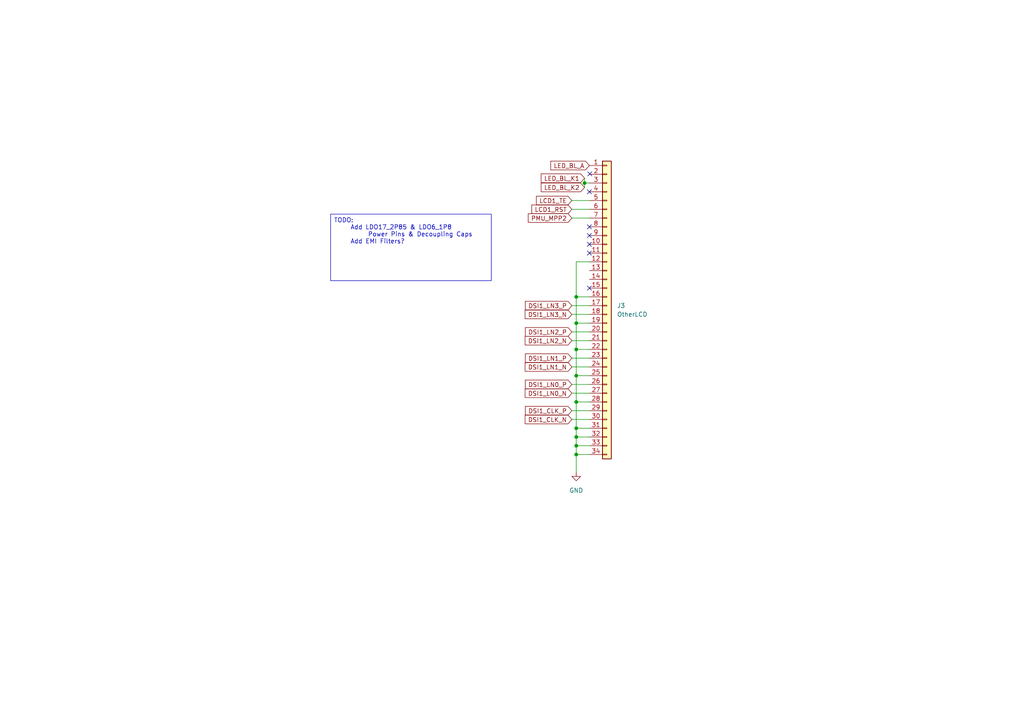
<source format=kicad_sch>
(kicad_sch (version 20230121) (generator eeschema)
  (paper "A4")
  (lib_symbols
    (symbol "Connector_Generic:Conn_01x34" (pin_names (offset 1.016) hide)
      (property "Reference" "J" (at 0 43.18 0))
      (property "Value" "Conn_01x34" (at 0 -45.72 0))
      (symbol "Conn_01x34_1_1"
        (rectangle (start -1.27 -43.053) (end 0 -43.307) (stroke (width 0.1524)))
        (rectangle (start -1.27 -40.513) (end 0 -40.767) (stroke (width 0.1524)))
        (rectangle (start -1.27 -37.973) (end 0 -38.227) (stroke (width 0.1524)))
        (rectangle (start -1.27 -35.433) (end 0 -35.687) (stroke (width 0.1524)))
        (rectangle (start -1.27 -32.893) (end 0 -33.147) (stroke (width 0.1524)))
        (rectangle (start -1.27 -30.353) (end 0 -30.607) (stroke (width 0.1524)))
        (rectangle (start -1.27 -27.813) (end 0 -28.067) (stroke (width 0.1524)))
        (rectangle (start -1.27 -25.273) (end 0 -25.527) (stroke (width 0.1524)))
        (rectangle (start -1.27 -22.733) (end 0 -22.987) (stroke (width 0.1524)))
        (rectangle (start -1.27 -20.193) (end 0 -20.447) (stroke (width 0.1524)))
        (rectangle (start -1.27 -17.653) (end 0 -17.907) (stroke (width 0.1524)))
        (rectangle (start -1.27 -15.113) (end 0 -15.367) (stroke (width 0.1524)))
        (rectangle (start -1.27 -12.573) (end 0 -12.827) (stroke (width 0.1524)))
        (rectangle (start -1.27 -10.033) (end 0 -10.287) (stroke (width 0.1524)))
        (rectangle (start -1.27 -7.493) (end 0 -7.747) (stroke (width 0.1524)))
        (rectangle (start -1.27 -4.953) (end 0 -5.207) (stroke (width 0.1524)))
        (rectangle (start -1.27 -2.413) (end 0 -2.667) (stroke (width 0.1524)))
        (rectangle (start -1.27 0.127) (end 0 -0.127) (stroke (width 0.1524)))
        (rectangle (start -1.27 2.667) (end 0 2.413) (stroke (width 0.1524)))
        (rectangle (start -1.27 5.207) (end 0 4.953) (stroke (width 0.1524)))
        (rectangle (start -1.27 7.747) (end 0 7.493) (stroke (width 0.1524)))
        (rectangle (start -1.27 10.287) (end 0 10.033) (stroke (width 0.1524)))
        (rectangle (start -1.27 12.827) (end 0 12.573) (stroke (width 0.1524)))
        (rectangle (start -1.27 15.367) (end 0 15.113) (stroke (width 0.1524)))
        (rectangle (start -1.27 17.907) (end 0 17.653) (stroke (width 0.1524)))
        (rectangle (start -1.27 20.447) (end 0 20.193) (stroke (width 0.1524)))
        (rectangle (start -1.27 22.987) (end 0 22.733) (stroke (width 0.1524)))
        (rectangle (start -1.27 25.527) (end 0 25.273) (stroke (width 0.1524)))
        (rectangle (start -1.27 28.067) (end 0 27.813) (stroke (width 0.1524)))
        (rectangle (start -1.27 30.607) (end 0 30.353) (stroke (width 0.1524)))
        (rectangle (start -1.27 33.147) (end 0 32.893) (stroke (width 0.1524)))
        (rectangle (start -1.27 35.687) (end 0 35.433) (stroke (width 0.1524)))
        (rectangle (start -1.27 38.227) (end 0 37.973) (stroke (width 0.1524)))
        (rectangle (start -1.27 40.767) (end 0 40.513) (stroke (width 0.1524)))
        (rectangle (start -1.27 41.91) (end 1.27 -44.45) (stroke (width 0.254)) (fill (type background)))
        (pin passive line (at -5.08 40.64 0) (length 3.81) (name "Pin_1") (number "1"))
        (pin passive line (at -5.08 17.78 0) (length 3.81) (name "Pin_10") (number "10"))
        (pin passive line (at -5.08 15.24 0) (length 3.81) (name "Pin_11") (number "11"))
        (pin passive line (at -5.08 12.7 0) (length 3.81) (name "Pin_12") (number "12"))
        (pin passive line (at -5.08 10.16 0) (length 3.81) (name "Pin_13") (number "13"))
        (pin passive line (at -5.08 7.62 0) (length 3.81) (name "Pin_14") (number "14"))
        (pin passive line (at -5.08 5.08 0) (length 3.81) (name "Pin_15") (number "15"))
        (pin passive line (at -5.08 2.54 0) (length 3.81) (name "Pin_16") (number "16"))
        (pin passive line (at -5.08 0 0) (length 3.81) (name "Pin_17") (number "17"))
        (pin passive line (at -5.08 -2.54 0) (length 3.81) (name "Pin_18") (number "18"))
        (pin passive line (at -5.08 -5.08 0) (length 3.81) (name "Pin_19") (number "19"))
        (pin passive line (at -5.08 38.1 0) (length 3.81) (name "Pin_2") (number "2"))
        (pin passive line (at -5.08 -7.62 0) (length 3.81) (name "Pin_20") (number "20"))
        (pin passive line (at -5.08 -10.16 0) (length 3.81) (name "Pin_21") (number "21"))
        (pin passive line (at -5.08 -12.7 0) (length 3.81) (name "Pin_22") (number "22"))
        (pin passive line (at -5.08 -15.24 0) (length 3.81) (name "Pin_23") (number "23"))
        (pin passive line (at -5.08 -17.78 0) (length 3.81) (name "Pin_24") (number "24"))
        (pin passive line (at -5.08 -20.32 0) (length 3.81) (name "Pin_25") (number "25"))
        (pin passive line (at -5.08 -22.86 0) (length 3.81) (name "Pin_26") (number "26"))
        (pin passive line (at -5.08 -25.4 0) (length 3.81) (name "Pin_27") (number "27"))
        (pin passive line (at -5.08 -27.94 0) (length 3.81) (name "Pin_28") (number "28"))
        (pin passive line (at -5.08 -30.48 0) (length 3.81) (name "Pin_29") (number "29"))
        (pin passive line (at -5.08 35.56 0) (length 3.81) (name "Pin_3") (number "3"))
        (pin passive line (at -5.08 -33.02 0) (length 3.81) (name "Pin_30") (number "30"))
        (pin passive line (at -5.08 -35.56 0) (length 3.81) (name "Pin_31") (number "31"))
        (pin passive line (at -5.08 -38.1 0) (length 3.81) (name "Pin_32") (number "32"))
        (pin passive line (at -5.08 -40.64 0) (length 3.81) (name "Pin_33") (number "33"))
        (pin passive line (at -5.08 -43.18 0) (length 3.81) (name "Pin_34") (number "34"))
        (pin passive line (at -5.08 33.02 0) (length 3.81) (name "Pin_4") (number "4"))
        (pin passive line (at -5.08 30.48 0) (length 3.81) (name "Pin_5") (number "5"))
        (pin passive line (at -5.08 27.94 0) (length 3.81) (name "Pin_6") (number "6"))
        (pin passive line (at -5.08 25.4 0) (length 3.81) (name "Pin_7") (number "7"))
        (pin passive line (at -5.08 22.86 0) (length 3.81) (name "Pin_8") (number "8"))
        (pin passive line (at -5.08 20.32 0) (length 3.81) (name "Pin_9") (number "9"))
      )
    )
    (symbol "power:GND" (power) (pin_names (offset 0))
      (property "Value" "GND" (at 0 -3.81 0))
      (symbol "GND_0_1"
        (polyline (pts (xy 0 0) (xy 0 -1.27) (xy 1.27 -1.27) (xy 0 -2.54) (xy -1.27 -1.27) (xy 0 -1.27)))
      )
      (symbol "GND_1_1"
        (pin power_in line (at 0 0 270) (length 0) hide (name "GND") (number "1"))
      )
    )
  )
  (junction (at 167.132 131.826))
  (junction (at 167.132 124.206))
  (junction (at 167.132 126.746))
  (junction (at 167.132 116.586))
  (junction (at 167.132 101.346))
  (junction (at 167.132 108.966))
  (junction (at 169.545 53.086))
  (junction (at 167.132 129.286))
  (junction (at 167.132 93.726))
  (junction (at 167.132 86.106))
  (no_connect (at 170.942 55.626))
  (no_connect (at 170.942 73.406))
  (no_connect (at 170.942 70.866))
  (no_connect (at 170.942 68.326))
  (no_connect (at 170.942 65.786))
  (no_connect (at 171.069 50.419))
  (no_connect (at 170.942 83.566))
  (wire (pts (xy 167.132 124.206) (xy 170.942 124.206)))
  (wire (pts (xy 165.862 98.806) (xy 170.942 98.806)))
  (wire (pts (xy 165.862 119.126) (xy 170.942 119.126)))
  (wire (pts (xy 165.862 114.046) (xy 170.942 114.046)))
  (wire (pts (xy 167.132 126.746) (xy 170.942 126.746)))
  (wire (pts (xy 165.862 58.166) (xy 170.942 58.166)))
  (wire (pts (xy 165.862 63.246) (xy 170.942 63.246)))
  (wire (pts (xy 167.132 126.746) (xy 167.132 129.286)))
  (wire (pts (xy 167.132 129.286) (xy 167.132 131.826)))
  (wire (pts (xy 167.132 75.946) (xy 170.942 75.946)))
  (wire (pts (xy 167.132 131.826) (xy 170.942 131.826)))
  (wire (pts (xy 167.132 116.586) (xy 170.942 116.586)))
  (wire (pts (xy 169.545 53.086) (xy 170.942 53.086)))
  (wire (pts (xy 167.132 116.586) (xy 167.132 124.206)))
  (wire (pts (xy 167.132 108.966) (xy 170.942 108.966)))
  (wire (pts (xy 167.132 101.346) (xy 170.942 101.346)))
  (wire (pts (xy 165.862 106.426) (xy 170.942 106.426)))
  (wire (pts (xy 167.132 108.966) (xy 167.132 116.586)))
  (wire (pts (xy 165.862 88.646) (xy 170.942 88.646)))
  (wire (pts (xy 167.132 86.106) (xy 170.942 86.106)))
  (wire (pts (xy 167.132 86.106) (xy 167.132 93.726)))
  (wire (pts (xy 165.862 91.186) (xy 170.942 91.186)))
  (wire (pts (xy 169.545 51.689) (xy 169.545 53.086)))
  (wire (pts (xy 165.862 121.666) (xy 170.942 121.666)))
  (wire (pts (xy 167.132 101.346) (xy 167.132 108.966)))
  (wire (pts (xy 169.545 53.086) (xy 169.545 54.356)))
  (wire (pts (xy 167.132 93.726) (xy 167.132 101.346)))
  (wire (pts (xy 165.862 96.266) (xy 170.942 96.266)))
  (wire (pts (xy 165.862 111.506) (xy 170.942 111.506)))
  (wire (pts (xy 167.132 75.946) (xy 167.132 86.106)))
  (wire (pts (xy 167.132 124.206) (xy 167.132 126.746)))
  (wire (pts (xy 165.862 60.706) (xy 170.942 60.706)))
  (wire (pts (xy 167.132 131.826) (xy 167.132 136.906)))
  (wire (pts (xy 167.132 129.286) (xy 170.942 129.286)))
  (wire (pts (xy 165.862 103.886) (xy 170.942 103.886)))
  (wire (pts (xy 167.132 93.726) (xy 170.942 93.726)))
  (text_box "TODO:\n	Add LDO17_2P85 & LDO6_1P8\n		Power Pins & Decoupling Caps\n	Add EMI Filters?" (at 95.885 62.103 0) (size 46.609 19.304) (effects (font (size 1.27 1.27)) (justify left top)))
  (global_label "DSI1_LN1_N" (shape input) (at 165.862 106.426 180) (property "Intersheetrefs" "${INTERSHEET_REFS}" (effects hide)))
  (global_label "DSI1_LN0_N" (shape input) (at 165.862 114.046 180) (property "Intersheetrefs" "${INTERSHEET_REFS}" (effects hide)))
  (global_label "DSI1_LN3_N" (shape input) (at 165.862 91.186 180) (property "Intersheetrefs" "${INTERSHEET_REFS}" (effects hide)))
  (global_label "DSI1_CLK_P" (shape input) (at 165.862 119.126 180) (property "Intersheetrefs" "${INTERSHEET_REFS}" (effects hide)))
  (global_label "LED_BL_K1" (shape input) (at 169.545 51.689 180) (property "Intersheetrefs" "${INTERSHEET_REFS}" (effects hide)))
  (global_label "DSI1_LN0_P" (shape input) (at 165.862 111.506 180) (property "Intersheetrefs" "${INTERSHEET_REFS}" (effects hide)))
  (global_label "DSI1_LN2_N" (shape input) (at 165.862 98.806 180) (property "Intersheetrefs" "${INTERSHEET_REFS}" (effects hide)))
  (global_label "DSI1_LN2_P" (shape input) (at 165.862 96.266 180) (property "Intersheetrefs" "${INTERSHEET_REFS}" (effects hide)))
  (global_label "LCD1_TE" (shape input) (at 165.862 58.166 180) (property "Intersheetrefs" "${INTERSHEET_REFS}" (effects hide)))
  (global_label "LED_BL_K2" (shape input) (at 169.545 54.356 180) (property "Intersheetrefs" "${INTERSHEET_REFS}" (effects hide)))
  (global_label "DSI1_LN3_P" (shape input) (at 165.862 88.646 180) (property "Intersheetrefs" "${INTERSHEET_REFS}" (effects hide)))
  (global_label "PMU_MPP2" (shape input) (at 165.862 63.246 180) (property "Intersheetrefs" "${INTERSHEET_REFS}" (effects hide)))
  (global_label "LCD1_RST" (shape input) (at 165.862 60.706 180) (property "Intersheetrefs" "${INTERSHEET_REFS}" (effects hide)))
  (global_label "LED_BL_A" (shape input) (at 170.942 48.006 180) (property "Intersheetrefs" "${INTERSHEET_REFS}" (effects hide)))
  (global_label "DSI1_LN1_P" (shape input) (at 165.862 103.886 180) (property "Intersheetrefs" "${INTERSHEET_REFS}" (effects hide)))
  (global_label "DSI1_CLK_N" (shape input) (at 165.862 121.666 180) (property "Intersheetrefs" "${INTERSHEET_REFS}" (effects hide)))
  (symbol (lib_id "power:GND") (at 167.132 136.906 0) (unit 1)
    (property "Reference" "#PWR050" (effects hide))
    (property "Value" "GND" (at 167.132 142.24 0))
  )
  (symbol (lib_id "Connector_Generic:Conn_01x34") (at 176.022 88.646 0) (unit 1)
    (property "Reference" "J3" (at 178.943 88.646 0) (effects (justify left)))
    (property "Value" "OtherLCD" (at 178.943 91.186 0) (effects (justify left)))
  )
)
</source>
